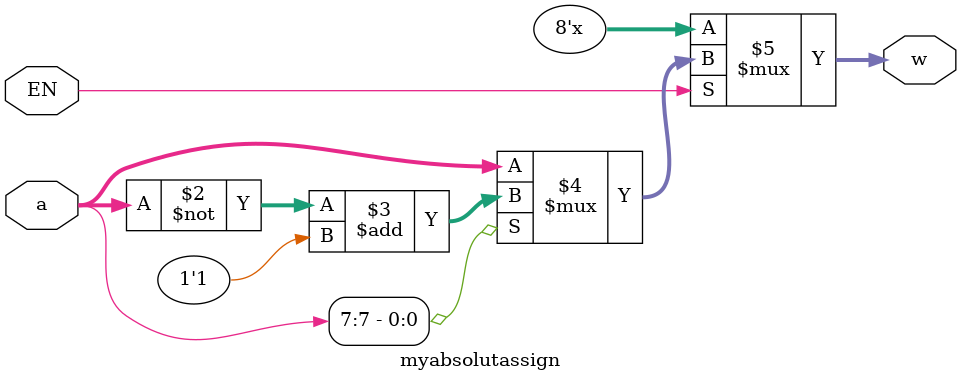
<source format=sv>
`timescale 1ns/1ns
module myabsolutassign (input [7:0] a, input EN, output [7:0] w);
	assign #218 w = EN ? (~a[7] ? a : (~a + 1'b1)) : 8'bz ;
endmodule

</source>
